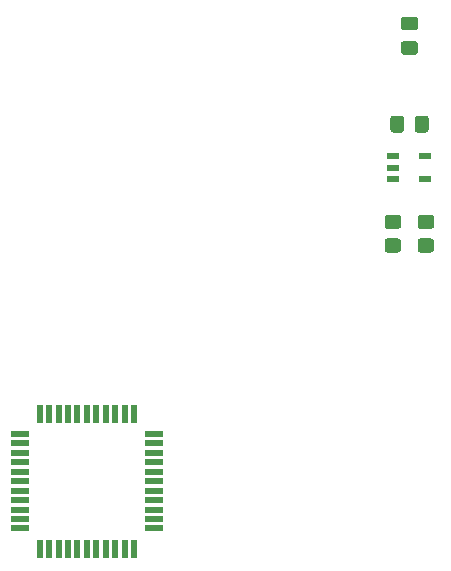
<source format=gbr>
%TF.GenerationSoftware,KiCad,Pcbnew,(5.1.9)-1*%
%TF.CreationDate,2021-05-22T07:09:12+01:00*%
%TF.ProjectId,RGBtoHDMI Amiga Denise DIP CPLD,52474274-6f48-4444-9d49-20416d696761,rev?*%
%TF.SameCoordinates,Original*%
%TF.FileFunction,Paste,Top*%
%TF.FilePolarity,Positive*%
%FSLAX46Y46*%
G04 Gerber Fmt 4.6, Leading zero omitted, Abs format (unit mm)*
G04 Created by KiCad (PCBNEW (5.1.9)-1) date 2021-05-22 07:09:12*
%MOMM*%
%LPD*%
G01*
G04 APERTURE LIST*
%ADD10R,1.050000X0.600000*%
%ADD11R,1.500000X0.550000*%
%ADD12R,0.550000X1.500000*%
G04 APERTURE END LIST*
%TO.C,C5*%
G36*
G01*
X180525000Y-67089000D02*
X180525000Y-68039000D01*
G75*
G02*
X180275000Y-68289000I-250000J0D01*
G01*
X179600000Y-68289000D01*
G75*
G02*
X179350000Y-68039000I0J250000D01*
G01*
X179350000Y-67089000D01*
G75*
G02*
X179600000Y-66839000I250000J0D01*
G01*
X180275000Y-66839000D01*
G75*
G02*
X180525000Y-67089000I0J-250000D01*
G01*
G37*
G36*
G01*
X182600000Y-67089000D02*
X182600000Y-68039000D01*
G75*
G02*
X182350000Y-68289000I-250000J0D01*
G01*
X181675000Y-68289000D01*
G75*
G02*
X181425000Y-68039000I0J250000D01*
G01*
X181425000Y-67089000D01*
G75*
G02*
X181675000Y-66839000I250000J0D01*
G01*
X182350000Y-66839000D01*
G75*
G02*
X182600000Y-67089000I0J-250000D01*
G01*
G37*
%TD*%
D10*
%TO.C,U2*%
X182325000Y-70297000D03*
X182325000Y-72197000D03*
X179625000Y-72197000D03*
X179625000Y-71247000D03*
X179625000Y-70297000D03*
%TD*%
%TO.C,R5*%
G36*
G01*
X182822001Y-76435000D02*
X181921999Y-76435000D01*
G75*
G02*
X181672000Y-76185001I0J249999D01*
G01*
X181672000Y-75484999D01*
G75*
G02*
X181921999Y-75235000I249999J0D01*
G01*
X182822001Y-75235000D01*
G75*
G02*
X183072000Y-75484999I0J-249999D01*
G01*
X183072000Y-76185001D01*
G75*
G02*
X182822001Y-76435000I-249999J0D01*
G01*
G37*
G36*
G01*
X182822001Y-78435000D02*
X181921999Y-78435000D01*
G75*
G02*
X181672000Y-78185001I0J249999D01*
G01*
X181672000Y-77484999D01*
G75*
G02*
X181921999Y-77235000I249999J0D01*
G01*
X182822001Y-77235000D01*
G75*
G02*
X183072000Y-77484999I0J-249999D01*
G01*
X183072000Y-78185001D01*
G75*
G02*
X182822001Y-78435000I-249999J0D01*
G01*
G37*
%TD*%
%TO.C,R4*%
G36*
G01*
X179127999Y-77235000D02*
X180028001Y-77235000D01*
G75*
G02*
X180278000Y-77484999I0J-249999D01*
G01*
X180278000Y-78185001D01*
G75*
G02*
X180028001Y-78435000I-249999J0D01*
G01*
X179127999Y-78435000D01*
G75*
G02*
X178878000Y-78185001I0J249999D01*
G01*
X178878000Y-77484999D01*
G75*
G02*
X179127999Y-77235000I249999J0D01*
G01*
G37*
G36*
G01*
X179127999Y-75235000D02*
X180028001Y-75235000D01*
G75*
G02*
X180278000Y-75484999I0J-249999D01*
G01*
X180278000Y-76185001D01*
G75*
G02*
X180028001Y-76435000I-249999J0D01*
G01*
X179127999Y-76435000D01*
G75*
G02*
X178878000Y-76185001I0J249999D01*
G01*
X178878000Y-75484999D01*
G75*
G02*
X179127999Y-75235000I249999J0D01*
G01*
G37*
%TD*%
%TO.C,C1*%
G36*
G01*
X180500000Y-60521000D02*
X181450000Y-60521000D01*
G75*
G02*
X181700000Y-60771000I0J-250000D01*
G01*
X181700000Y-61446000D01*
G75*
G02*
X181450000Y-61696000I-250000J0D01*
G01*
X180500000Y-61696000D01*
G75*
G02*
X180250000Y-61446000I0J250000D01*
G01*
X180250000Y-60771000D01*
G75*
G02*
X180500000Y-60521000I250000J0D01*
G01*
G37*
G36*
G01*
X180500000Y-58446000D02*
X181450000Y-58446000D01*
G75*
G02*
X181700000Y-58696000I0J-250000D01*
G01*
X181700000Y-59371000D01*
G75*
G02*
X181450000Y-59621000I-250000J0D01*
G01*
X180500000Y-59621000D01*
G75*
G02*
X180250000Y-59371000I0J250000D01*
G01*
X180250000Y-58696000D01*
G75*
G02*
X180500000Y-58446000I250000J0D01*
G01*
G37*
%TD*%
D11*
%TO.C,U1*%
X147970000Y-101790000D03*
X147970000Y-100990000D03*
X147970000Y-100190000D03*
X147970000Y-99390000D03*
X147970000Y-98590000D03*
X147970000Y-97790000D03*
X147970000Y-96990000D03*
X147970000Y-96190000D03*
X147970000Y-95390000D03*
X147970000Y-94590000D03*
X147970000Y-93790000D03*
D12*
X149670000Y-92090000D03*
X150470000Y-92090000D03*
X151270000Y-92090000D03*
X152070000Y-92090000D03*
X152870000Y-92090000D03*
X153670000Y-92090000D03*
X154470000Y-92090000D03*
X155270000Y-92090000D03*
X156070000Y-92090000D03*
X156870000Y-92090000D03*
X157670000Y-92090000D03*
D11*
X159370000Y-93790000D03*
X159370000Y-94590000D03*
X159370000Y-95390000D03*
X159370000Y-96190000D03*
X159370000Y-96990000D03*
X159370000Y-97790000D03*
X159370000Y-98590000D03*
X159370000Y-99390000D03*
X159370000Y-100190000D03*
X159370000Y-100990000D03*
X159370000Y-101790000D03*
D12*
X157670000Y-103490000D03*
X156870000Y-103490000D03*
X156070000Y-103490000D03*
X155270000Y-103490000D03*
X154470000Y-103490000D03*
X153670000Y-103490000D03*
X152870000Y-103490000D03*
X152070000Y-103490000D03*
X151270000Y-103490000D03*
X150470000Y-103490000D03*
X149670000Y-103490000D03*
%TD*%
M02*

</source>
